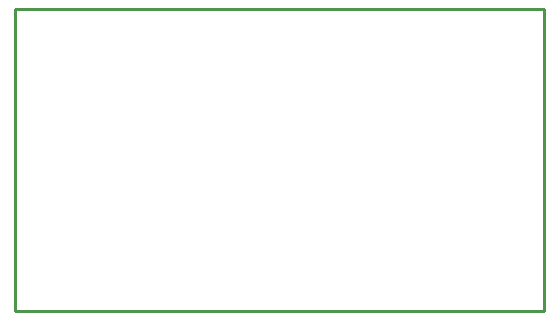
<source format=gko>
G04 Layer_Color=16711935*
%FSLAX25Y25*%
%MOIN*%
G70*
G01*
G75*
%ADD22C,0.01000*%
D22*
X243000Y362000D02*
X419500D01*
Y261500D02*
Y362000D01*
X243000Y261500D02*
X419500D01*
X243000D02*
Y362000D01*
M02*

</source>
